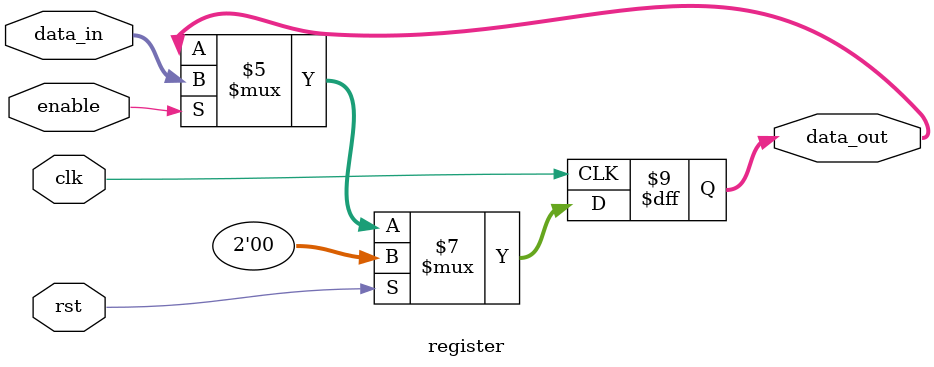
<source format=v>
module register
#(
	parameter WIDTH = 0,
	parameter RESET_VALUE = 0
)
(
	input				clk,
	input				enable,
	input 				rst,
	input 	[WIDTH-1:0]	data_in,
	output reg [WIDTH-1:0] data_out
);
	// Give the initial value to data_out 
	initial begin
		data_out = RESET_VALUE;
	end
	
	always@(posedge clk) begin
		if (enable == 1'b1) begin
			data_out <= data_in;
		end
		
		// the last assignment works
		if (rst == 1'b1) begin
			data_out <= RESET_VALUE; //can not use ternary operators here
		end
	end
	
endmodule
</source>
